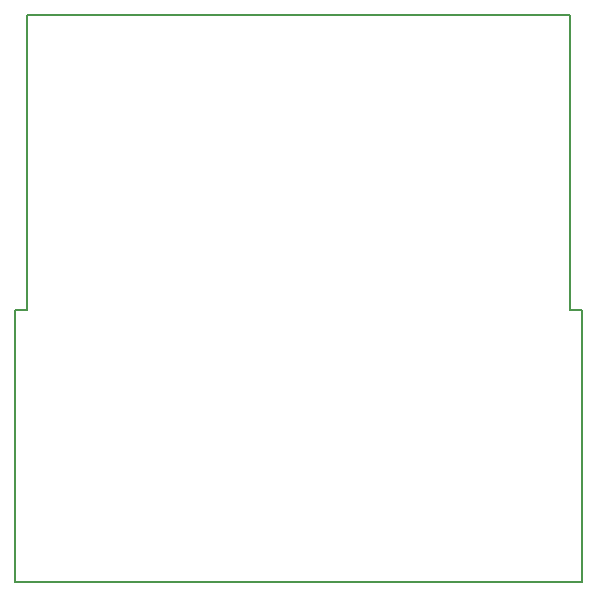
<source format=gbr>
G04 #@! TF.FileFunction,Profile,NP*
%FSLAX46Y46*%
G04 Gerber Fmt 4.6, Leading zero omitted, Abs format (unit mm)*
G04 Created by KiCad (PCBNEW 4.0.2-stable) date 2/24/2017 09:05:39*
%MOMM*%
G01*
G04 APERTURE LIST*
%ADD10C,0.100000*%
%ADD11C,0.150000*%
G04 APERTURE END LIST*
D10*
D11*
X239000000Y-25000000D02*
X193000000Y-25000000D01*
X240000000Y-50000000D02*
X240000000Y-73000000D01*
X239000000Y-50000000D02*
X239000000Y-25000000D01*
X240000000Y-50000000D02*
X239000000Y-50000000D01*
X193000000Y-25000000D02*
X194000000Y-25000000D01*
X193000000Y-50000000D02*
X193000000Y-25000000D01*
X192000000Y-50000000D02*
X193000000Y-50000000D01*
X192000000Y-60000000D02*
X192000000Y-50000000D01*
X192000000Y-73000000D02*
X192000000Y-60000000D01*
X192000000Y-73000000D02*
X240000000Y-73000000D01*
M02*

</source>
